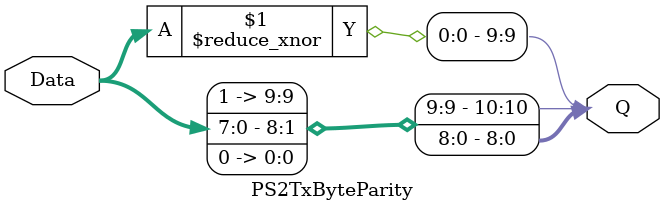
<source format=v>
`timescale 1ns / 1ps

module PS2TxByteParity
(
	input wire [7:0] Data,
	output wire [10:0] Q
);


// 1pdddddddd0

assign Q[0] = 0; 
assign Q[8:1] = Data;
assign Q[9] = ~^Data;
assign Q[10] = 1; 

endmodule

</source>
